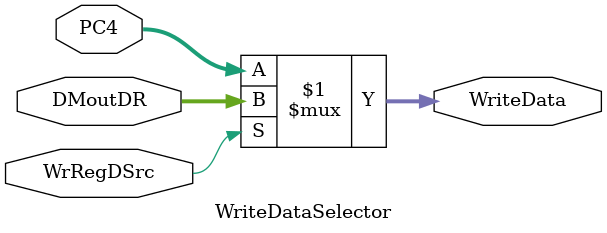
<source format=v>
`timescale 1ns / 1ps


module WriteDataSelector(WrRegDSrc, PC4, DMoutDR, WriteData);
    input WrRegDSrc; // ÓÉ¸ÃÐÅºÅ¾ö¶¨Ñ¡ÔñÄÄ¸öÊäÈëµÄÊý¾Ý×÷ÎªÒªÐ´Èë¼Ä´æÆ÷µÄÊý¾Ý
    input [31:0] PC4, DMoutDR; // PC+4ºóµÄµØÖ· ºÍ À´×ÔÊý¾Ý´æ´¢Æ÷ÑÓ³ÙÄ£¿éµÄÊý¾Ý
    output wire [31:0] WriteData; // Êä³öµÄÒªÐ´Èë¼Ä´æÆ÷µÄÊý¾Ý

    // Ñ¡ÔñÒªÐ´Èë¼Ä´æÆ÷µÄÊý¾Ý
    assign WriteData = WrRegDSrc ? DMoutDR : PC4;
endmodule

</source>
